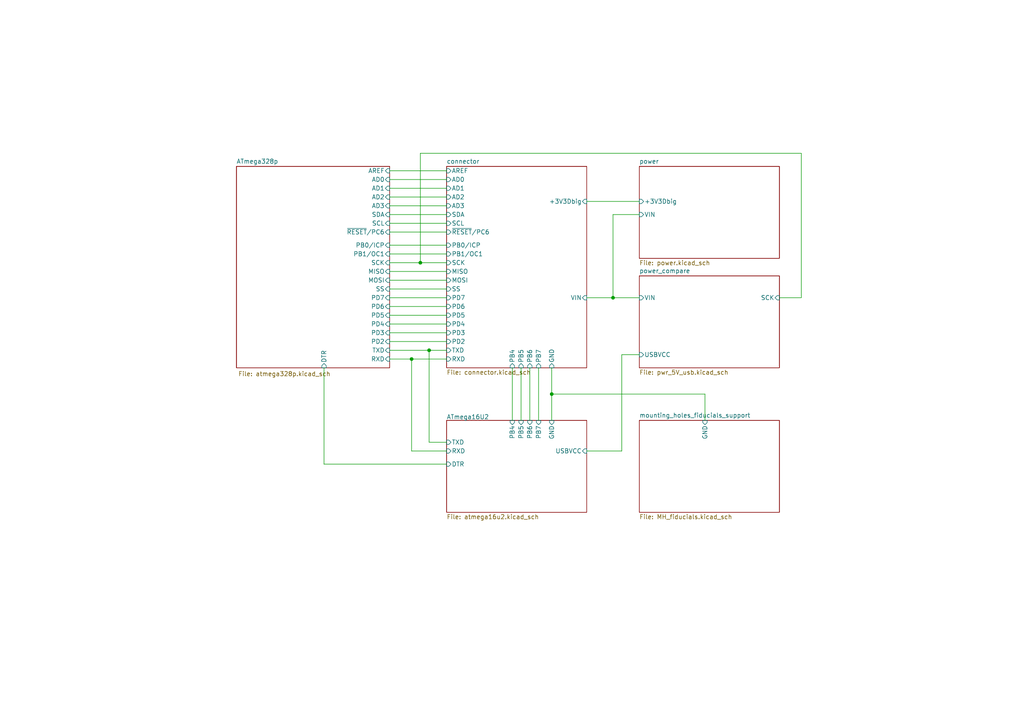
<source format=kicad_sch>
(kicad_sch
	(version 20250114)
	(generator "eeschema")
	(generator_version "9.0")
	(uuid "779b8490-88be-43a3-8b05-a4868ace8f46")
	(paper "A4")
	(title_block
		(title "Arduino UNO / ATmega328p")
		(date "2025-11-05")
		(rev "v1.0")
		(company "OCA")
		(comment 1 "This is the first version of the custom Arduino UNO card")
	)
	(lib_symbols)
	(junction
		(at 160.02 114.3)
		(diameter 0)
		(color 0 0 0 0)
		(uuid "67adf84e-1cdb-4d52-82b7-a9cac7e1ac84")
	)
	(junction
		(at 119.38 104.14)
		(diameter 0)
		(color 0 0 0 0)
		(uuid "7502eec8-a713-45a8-b755-76ec54d158cc")
	)
	(junction
		(at 177.8 86.36)
		(diameter 0)
		(color 0 0 0 0)
		(uuid "946ba1db-c38e-4d01-8982-75ccf7c56357")
	)
	(junction
		(at 124.46 101.6)
		(diameter 0)
		(color 0 0 0 0)
		(uuid "bebbdbb4-e997-4ea2-9396-e751b10293ab")
	)
	(junction
		(at 121.92 76.2)
		(diameter 0)
		(color 0 0 0 0)
		(uuid "eb328c19-5154-49ce-9f59-34ac8d27cea5")
	)
	(wire
		(pts
			(xy 119.38 130.81) (xy 119.38 104.14)
		)
		(stroke
			(width 0)
			(type default)
		)
		(uuid "002d6be6-9be8-4470-a40f-87d4fbc5c4a8")
	)
	(wire
		(pts
			(xy 113.03 81.28) (xy 129.54 81.28)
		)
		(stroke
			(width 0)
			(type default)
		)
		(uuid "015c02f4-951a-4a0e-95b5-eafacb83ff69")
	)
	(wire
		(pts
			(xy 170.18 130.81) (xy 180.34 130.81)
		)
		(stroke
			(width 0)
			(type default)
		)
		(uuid "0e488d64-ccb4-45a1-8002-429a4756ed81")
	)
	(wire
		(pts
			(xy 119.38 104.14) (xy 129.54 104.14)
		)
		(stroke
			(width 0)
			(type default)
		)
		(uuid "11dee1be-bbad-4a03-b880-72236739c59f")
	)
	(wire
		(pts
			(xy 113.03 99.06) (xy 129.54 99.06)
		)
		(stroke
			(width 0)
			(type default)
		)
		(uuid "17b258f5-55ff-4437-b3f2-679962bf4366")
	)
	(wire
		(pts
			(xy 113.03 101.6) (xy 124.46 101.6)
		)
		(stroke
			(width 0)
			(type default)
		)
		(uuid "18975721-b5f0-4045-8efb-6e222f203ab2")
	)
	(wire
		(pts
			(xy 124.46 101.6) (xy 129.54 101.6)
		)
		(stroke
			(width 0)
			(type default)
		)
		(uuid "1c5f7716-21c6-4af9-9da1-2f693aa83366")
	)
	(wire
		(pts
			(xy 232.41 86.36) (xy 232.41 44.45)
		)
		(stroke
			(width 0)
			(type default)
		)
		(uuid "20c711b0-e47c-4d43-a831-efa91e9f0b90")
	)
	(wire
		(pts
			(xy 93.98 134.62) (xy 129.54 134.62)
		)
		(stroke
			(width 0)
			(type default)
		)
		(uuid "2198c786-e237-40fe-8830-85a150747d6c")
	)
	(wire
		(pts
			(xy 113.03 104.14) (xy 119.38 104.14)
		)
		(stroke
			(width 0)
			(type default)
		)
		(uuid "25ab5ee2-6206-4c55-8019-11280c982d88")
	)
	(wire
		(pts
			(xy 113.03 57.15) (xy 129.54 57.15)
		)
		(stroke
			(width 0)
			(type default)
		)
		(uuid "2d279c21-e6c5-4b6b-8e98-0cb6866319b2")
	)
	(wire
		(pts
			(xy 93.98 106.68) (xy 93.98 134.62)
		)
		(stroke
			(width 0)
			(type default)
		)
		(uuid "2f7d773b-af49-4afa-9e8b-6f10d5ba039f")
	)
	(wire
		(pts
			(xy 119.38 130.81) (xy 129.54 130.81)
		)
		(stroke
			(width 0)
			(type default)
		)
		(uuid "30f26bb6-816d-40dc-85e6-bf9a86a47204")
	)
	(wire
		(pts
			(xy 113.03 78.74) (xy 129.54 78.74)
		)
		(stroke
			(width 0)
			(type default)
		)
		(uuid "384703b8-d6a0-44d9-97b6-8b3d8ba6ed53")
	)
	(wire
		(pts
			(xy 113.03 76.2) (xy 121.92 76.2)
		)
		(stroke
			(width 0)
			(type default)
		)
		(uuid "3a734eea-4c2f-41a4-b11c-f877f9e2c889")
	)
	(wire
		(pts
			(xy 113.03 86.36) (xy 129.54 86.36)
		)
		(stroke
			(width 0)
			(type default)
		)
		(uuid "3c5fbcd9-6906-44c0-b5fa-0751a3d9ed70")
	)
	(wire
		(pts
			(xy 121.92 76.2) (xy 129.54 76.2)
		)
		(stroke
			(width 0)
			(type default)
		)
		(uuid "4629748f-8664-4664-b5fb-0b865ebeb43c")
	)
	(wire
		(pts
			(xy 113.03 73.66) (xy 129.54 73.66)
		)
		(stroke
			(width 0)
			(type default)
		)
		(uuid "4a497c37-02dd-4030-9189-a984cf87b0bc")
	)
	(wire
		(pts
			(xy 124.46 128.27) (xy 129.54 128.27)
		)
		(stroke
			(width 0)
			(type default)
		)
		(uuid "4f012e37-66db-459f-b9a4-7d0abee88619")
	)
	(wire
		(pts
			(xy 113.03 59.69) (xy 129.54 59.69)
		)
		(stroke
			(width 0)
			(type default)
		)
		(uuid "509ecc84-0a6a-4327-8180-f7f4f8dfeb54")
	)
	(wire
		(pts
			(xy 177.8 62.23) (xy 177.8 86.36)
		)
		(stroke
			(width 0)
			(type default)
		)
		(uuid "54e58f7a-5bcc-4c5f-be09-7f8701358b54")
	)
	(wire
		(pts
			(xy 148.59 106.68) (xy 148.59 121.92)
		)
		(stroke
			(width 0)
			(type default)
		)
		(uuid "5768592a-42fa-46ac-802d-4a0302499c95")
	)
	(wire
		(pts
			(xy 170.18 86.36) (xy 177.8 86.36)
		)
		(stroke
			(width 0)
			(type default)
		)
		(uuid "650fc940-d114-47b4-b5ae-f01b517ef8b1")
	)
	(wire
		(pts
			(xy 113.03 64.77) (xy 129.54 64.77)
		)
		(stroke
			(width 0)
			(type default)
		)
		(uuid "7319c1aa-1ccb-47ab-8df4-848224e2bbb2")
	)
	(wire
		(pts
			(xy 113.03 96.52) (xy 129.54 96.52)
		)
		(stroke
			(width 0)
			(type default)
		)
		(uuid "778be70d-1595-40e3-96c0-018dd6aa5c22")
	)
	(wire
		(pts
			(xy 226.06 86.36) (xy 232.41 86.36)
		)
		(stroke
			(width 0)
			(type default)
		)
		(uuid "828b4d72-2b67-4e4a-8422-46c955f68dc5")
	)
	(wire
		(pts
			(xy 180.34 102.87) (xy 185.42 102.87)
		)
		(stroke
			(width 0)
			(type default)
		)
		(uuid "8b1e1c01-d8e3-4f0a-bcd7-b0045237cad3")
	)
	(wire
		(pts
			(xy 113.03 91.44) (xy 129.54 91.44)
		)
		(stroke
			(width 0)
			(type default)
		)
		(uuid "92a0f4fe-0539-4b16-99f5-1390540910cc")
	)
	(wire
		(pts
			(xy 151.13 106.68) (xy 151.13 121.92)
		)
		(stroke
			(width 0)
			(type default)
		)
		(uuid "959afb67-71a7-4f36-b843-cfc3371b14e9")
	)
	(wire
		(pts
			(xy 232.41 44.45) (xy 121.92 44.45)
		)
		(stroke
			(width 0)
			(type default)
		)
		(uuid "9af35583-f9f9-45c0-8d6d-1a62bc553547")
	)
	(wire
		(pts
			(xy 160.02 114.3) (xy 160.02 121.92)
		)
		(stroke
			(width 0)
			(type default)
		)
		(uuid "9c7d4690-1f1a-4460-8981-3abf845b8cd9")
	)
	(wire
		(pts
			(xy 113.03 88.9) (xy 129.54 88.9)
		)
		(stroke
			(width 0)
			(type default)
		)
		(uuid "9fd9d2f0-507d-40d7-a1a5-397ccb84777e")
	)
	(wire
		(pts
			(xy 113.03 52.07) (xy 129.54 52.07)
		)
		(stroke
			(width 0)
			(type default)
		)
		(uuid "a3eaa2ee-6739-4c64-9bc2-b848a6d2d293")
	)
	(wire
		(pts
			(xy 113.03 49.53) (xy 129.54 49.53)
		)
		(stroke
			(width 0)
			(type default)
		)
		(uuid "b0f696b6-090c-44e0-80ca-6327e0706a6f")
	)
	(wire
		(pts
			(xy 153.67 106.68) (xy 153.67 121.92)
		)
		(stroke
			(width 0)
			(type default)
		)
		(uuid "b23aee8f-9611-4591-bed6-cd0ba00c1882")
	)
	(wire
		(pts
			(xy 156.21 106.68) (xy 156.21 121.92)
		)
		(stroke
			(width 0)
			(type default)
		)
		(uuid "c89af5a6-5b5d-4469-b2b3-47981bcfb7dd")
	)
	(wire
		(pts
			(xy 121.92 44.45) (xy 121.92 76.2)
		)
		(stroke
			(width 0)
			(type default)
		)
		(uuid "d2291323-7a39-4593-9716-09ccecff040a")
	)
	(wire
		(pts
			(xy 124.46 128.27) (xy 124.46 101.6)
		)
		(stroke
			(width 0)
			(type default)
		)
		(uuid "d2de12bb-e3a0-409b-bbeb-0c94bd075d93")
	)
	(wire
		(pts
			(xy 185.42 62.23) (xy 177.8 62.23)
		)
		(stroke
			(width 0)
			(type default)
		)
		(uuid "d30de906-f91e-4f55-9b25-a1b9dae42fed")
	)
	(wire
		(pts
			(xy 204.47 121.92) (xy 204.47 114.3)
		)
		(stroke
			(width 0)
			(type default)
		)
		(uuid "d5f1525d-c9e4-4357-9b84-a7354dc2244c")
	)
	(wire
		(pts
			(xy 170.18 58.42) (xy 185.42 58.42)
		)
		(stroke
			(width 0)
			(type default)
		)
		(uuid "dc1a29b1-acda-466f-8369-d6d34179a0ea")
	)
	(wire
		(pts
			(xy 113.03 93.98) (xy 129.54 93.98)
		)
		(stroke
			(width 0)
			(type default)
		)
		(uuid "e0c45346-c2ff-41dd-8ccf-155809b27211")
	)
	(wire
		(pts
			(xy 113.03 54.61) (xy 129.54 54.61)
		)
		(stroke
			(width 0)
			(type default)
		)
		(uuid "e54fd0bb-4e92-461a-87f3-075953dc6d80")
	)
	(wire
		(pts
			(xy 204.47 114.3) (xy 160.02 114.3)
		)
		(stroke
			(width 0)
			(type default)
		)
		(uuid "e98f4d03-6216-4753-a07c-700d0b93c0cf")
	)
	(wire
		(pts
			(xy 160.02 106.68) (xy 160.02 114.3)
		)
		(stroke
			(width 0)
			(type default)
		)
		(uuid "ea9797e6-8e06-4c8d-aee6-95c57a4017d7")
	)
	(wire
		(pts
			(xy 113.03 71.12) (xy 129.54 71.12)
		)
		(stroke
			(width 0)
			(type default)
		)
		(uuid "eabc7f6e-b6da-48fa-9600-172a58e00497")
	)
	(wire
		(pts
			(xy 113.03 83.82) (xy 129.54 83.82)
		)
		(stroke
			(width 0)
			(type default)
		)
		(uuid "ee933296-c6f2-44ed-8d58-4c859db15b06")
	)
	(wire
		(pts
			(xy 180.34 130.81) (xy 180.34 102.87)
		)
		(stroke
			(width 0)
			(type default)
		)
		(uuid "efb84781-d898-4bb2-804c-3ee667701c2b")
	)
	(wire
		(pts
			(xy 177.8 86.36) (xy 185.42 86.36)
		)
		(stroke
			(width 0)
			(type default)
		)
		(uuid "f07a9858-aff9-4e13-949e-9599b45c720b")
	)
	(wire
		(pts
			(xy 113.03 62.23) (xy 129.54 62.23)
		)
		(stroke
			(width 0)
			(type default)
		)
		(uuid "f6e46836-a27f-4043-b435-b9d545e14c54")
	)
	(wire
		(pts
			(xy 113.03 67.31) (xy 129.54 67.31)
		)
		(stroke
			(width 0)
			(type default)
		)
		(uuid "f9ff6410-c440-427a-aa55-c94a392c91b0")
	)
	(sheet
		(at 129.54 48.26)
		(size 40.64 58.42)
		(exclude_from_sim no)
		(in_bom yes)
		(on_board yes)
		(dnp no)
		(fields_autoplaced yes)
		(stroke
			(width 0.1524)
			(type solid)
		)
		(fill
			(color 0 0 0 0.0000)
		)
		(uuid "1a8e12a9-c59c-445a-8888-dfe037a731fa")
		(property "Sheetname" "connector"
			(at 129.54 47.5484 0)
			(effects
				(font
					(size 1.27 1.27)
				)
				(justify left bottom)
			)
		)
		(property "Sheetfile" "connector.kicad_sch"
			(at 129.54 107.2646 0)
			(effects
				(font
					(size 1.27 1.27)
				)
				(justify left top)
			)
		)
		(pin "AD0" input
			(at 129.54 52.07 180)
			(uuid "56aa492f-1a34-47a8-9d50-7504d3c0dc76")
			(effects
				(font
					(size 1.27 1.27)
				)
				(justify left)
			)
		)
		(pin "AD1" input
			(at 129.54 54.61 180)
			(uuid "e743c425-17bc-4326-9faf-87e686bc137e")
			(effects
				(font
					(size 1.27 1.27)
				)
				(justify left)
			)
		)
		(pin "AD2" input
			(at 129.54 57.15 180)
			(uuid "d766cff6-f55a-4aa9-a047-413860dd3c78")
			(effects
				(font
					(size 1.27 1.27)
				)
				(justify left)
			)
		)
		(pin "AD3" input
			(at 129.54 59.69 180)
			(uuid "b25382f0-3b57-4c47-9bab-c990fc398e55")
			(effects
				(font
					(size 1.27 1.27)
				)
				(justify left)
			)
		)
		(pin "AREF" input
			(at 129.54 49.53 180)
			(uuid "b1b1b339-8d13-478f-8436-885521740e20")
			(effects
				(font
					(size 1.27 1.27)
				)
				(justify left)
			)
		)
		(pin "MISO" input
			(at 129.54 78.74 180)
			(uuid "3d3c85cd-a25d-49a5-8202-69413b83fd7f")
			(effects
				(font
					(size 1.27 1.27)
				)
				(justify left)
			)
		)
		(pin "MOSI" input
			(at 129.54 81.28 180)
			(uuid "ff671e7f-39b7-4ca1-8cdd-89f7176a7540")
			(effects
				(font
					(size 1.27 1.27)
				)
				(justify left)
			)
		)
		(pin "PB0{slash}ICP" input
			(at 129.54 71.12 180)
			(uuid "02ce700a-bb3a-40e3-b9af-cbf113ed7f7e")
			(effects
				(font
					(size 1.27 1.27)
				)
				(justify left)
			)
		)
		(pin "PB1{slash}OC1" input
			(at 129.54 73.66 180)
			(uuid "37f99f93-9b6f-4081-9790-1ee92e21158c")
			(effects
				(font
					(size 1.27 1.27)
				)
				(justify left)
			)
		)
		(pin "PD2" input
			(at 129.54 99.06 180)
			(uuid "45dd888f-aa12-453a-aa3e-7754eeabdb52")
			(effects
				(font
					(size 1.27 1.27)
				)
				(justify left)
			)
		)
		(pin "PD3" input
			(at 129.54 96.52 180)
			(uuid "66b6e301-ff45-4b6e-8083-075a50a75a9c")
			(effects
				(font
					(size 1.27 1.27)
				)
				(justify left)
			)
		)
		(pin "PD4" input
			(at 129.54 93.98 180)
			(uuid "8bc1278c-5f9a-4423-8c76-420e3b0fa4d9")
			(effects
				(font
					(size 1.27 1.27)
				)
				(justify left)
			)
		)
		(pin "PD5" input
			(at 129.54 91.44 180)
			(uuid "c38f4b83-ca71-481f-b7b1-94ff4742df13")
			(effects
				(font
					(size 1.27 1.27)
				)
				(justify left)
			)
		)
		(pin "PD6" input
			(at 129.54 88.9 180)
			(uuid "7137bdbf-cc81-4722-b02f-6c96bf0a773c")
			(effects
				(font
					(size 1.27 1.27)
				)
				(justify left)
			)
		)
		(pin "PD7" input
			(at 129.54 86.36 180)
			(uuid "79a404b1-23bd-45ac-b52e-27f6b6bc7351")
			(effects
				(font
					(size 1.27 1.27)
				)
				(justify left)
			)
		)
		(pin "RXD" input
			(at 129.54 104.14 180)
			(uuid "47718374-6a21-4a2b-b078-9134f3591f62")
			(effects
				(font
					(size 1.27 1.27)
				)
				(justify left)
			)
		)
		(pin "SCK" input
			(at 129.54 76.2 180)
			(uuid "f14d6693-f633-4713-ad21-4d150cfdd3b9")
			(effects
				(font
					(size 1.27 1.27)
				)
				(justify left)
			)
		)
		(pin "SCL" input
			(at 129.54 64.77 180)
			(uuid "2f573838-a379-42d3-8553-6b3669db741c")
			(effects
				(font
					(size 1.27 1.27)
				)
				(justify left)
			)
		)
		(pin "SDA" input
			(at 129.54 62.23 180)
			(uuid "0136d506-c2a7-43a9-baea-945c58ca20f6")
			(effects
				(font
					(size 1.27 1.27)
				)
				(justify left)
			)
		)
		(pin "SS" input
			(at 129.54 83.82 180)
			(uuid "a4f43841-ce82-4045-9baa-00c6c5b665b6")
			(effects
				(font
					(size 1.27 1.27)
				)
				(justify left)
			)
		)
		(pin "TXD" input
			(at 129.54 101.6 180)
			(uuid "d241519a-b6d0-4297-b39f-7c32a8b137c2")
			(effects
				(font
					(size 1.27 1.27)
				)
				(justify left)
			)
		)
		(pin "~{RESET}/PC6" input
			(at 129.54 67.31 180)
			(uuid "d73a618d-a84e-4f54-a66a-1e21a6091826")
			(effects
				(font
					(size 1.27 1.27)
				)
				(justify left)
			)
		)
		(pin "PB4" input
			(at 148.59 106.68 270)
			(uuid "a97f7a0d-b963-4d02-9424-9cc3bf8ad9b9")
			(effects
				(font
					(size 1.27 1.27)
				)
				(justify left)
			)
		)
		(pin "PB5" input
			(at 151.13 106.68 270)
			(uuid "6a612a13-7e3d-4b99-b4fe-1e1ced6de0ac")
			(effects
				(font
					(size 1.27 1.27)
				)
				(justify left)
			)
		)
		(pin "PB6" input
			(at 153.67 106.68 270)
			(uuid "3584bbf4-7d32-44cf-9dd6-64cd846a268b")
			(effects
				(font
					(size 1.27 1.27)
				)
				(justify left)
			)
		)
		(pin "PB7" input
			(at 156.21 106.68 270)
			(uuid "efe07c0d-43a5-4215-8d4f-2ef4b129f60d")
			(effects
				(font
					(size 1.27 1.27)
				)
				(justify left)
			)
		)
		(pin "GND" input
			(at 160.02 106.68 270)
			(uuid "f073d2fa-eacf-4f6a-91b0-2c9e216155ec")
			(effects
				(font
					(size 1.27 1.27)
				)
				(justify left)
			)
		)
		(pin "VIN" input
			(at 170.18 86.36 0)
			(uuid "c9aa7ef9-7137-491b-867f-42cce4126e33")
			(effects
				(font
					(size 1.27 1.27)
				)
				(justify right)
			)
		)
		(pin "+3V3Dbig" input
			(at 170.18 58.42 0)
			(uuid "e7413c27-c973-4e0b-a466-f675b12cc584")
			(effects
				(font
					(size 1.27 1.27)
				)
				(justify right)
			)
		)
		(instances
			(project "arduino_uno_custom"
				(path "/779b8490-88be-43a3-8b05-a4868ace8f46"
					(page "4")
				)
			)
		)
	)
	(sheet
		(at 185.42 80.01)
		(size 40.64 26.67)
		(exclude_from_sim no)
		(in_bom yes)
		(on_board yes)
		(dnp no)
		(fields_autoplaced yes)
		(stroke
			(width 0.1524)
			(type solid)
		)
		(fill
			(color 0 0 0 0.0000)
		)
		(uuid "279e797a-ed68-43b6-a37f-68cc6be00858")
		(property "Sheetname" "power_compare"
			(at 185.42 79.2984 0)
			(effects
				(font
					(size 1.27 1.27)
				)
				(justify left bottom)
			)
		)
		(property "Sheetfile" "pwr_5V_usb.kicad_sch"
			(at 185.42 107.2646 0)
			(effects
				(font
					(size 1.27 1.27)
				)
				(justify left top)
			)
		)
		(pin "USBVCC" input
			(at 185.42 102.87 180)
			(uuid "e392cb6d-896b-4909-966f-64ea88636ed8")
			(effects
				(font
					(size 1.27 1.27)
				)
				(justify left)
			)
		)
		(pin "VIN" input
			(at 185.42 86.36 180)
			(uuid "8eeaa530-6bef-4f15-928f-c12c4b8343d5")
			(effects
				(font
					(size 1.27 1.27)
				)
				(justify left)
			)
		)
		(pin "SCK" input
			(at 226.06 86.36 0)
			(uuid "cd925eb5-2e70-455a-8675-1bfe3bd514fc")
			(effects
				(font
					(size 1.27 1.27)
				)
				(justify right)
			)
		)
		(instances
			(project "arduino_uno_custom"
				(path "/779b8490-88be-43a3-8b05-a4868ace8f46"
					(page "5")
				)
			)
		)
	)
	(sheet
		(at 129.54 121.92)
		(size 40.64 26.67)
		(exclude_from_sim no)
		(in_bom yes)
		(on_board yes)
		(dnp no)
		(stroke
			(width 0.1524)
			(type solid)
		)
		(fill
			(color 0 0 0 0.0000)
		)
		(uuid "5fbaf1e3-df09-45ba-a99a-9a0541d3d11f")
		(property "Sheetname" "ATmega16U2"
			(at 129.54 121.666 0)
			(effects
				(font
					(size 1.27 1.27)
				)
				(justify left bottom)
			)
		)
		(property "Sheetfile" "atmega16u2.kicad_sch"
			(at 129.54 149.1746 0)
			(effects
				(font
					(size 1.27 1.27)
				)
				(justify left top)
			)
		)
		(pin "PB4" input
			(at 148.59 121.92 90)
			(uuid "e0fd980c-3380-430a-9bd0-0d6921b75852")
			(effects
				(font
					(size 1.27 1.27)
				)
				(justify right)
			)
		)
		(pin "PB5" input
			(at 151.13 121.92 90)
			(uuid "7e3547d3-106c-4868-b784-af2ccbb76228")
			(effects
				(font
					(size 1.27 1.27)
				)
				(justify right)
			)
		)
		(pin "PB6" input
			(at 153.67 121.92 90)
			(uuid "8d06b7e6-ef67-4bab-855b-f5deb2c34557")
			(effects
				(font
					(size 1.27 1.27)
				)
				(justify right)
			)
		)
		(pin "PB7" input
			(at 156.21 121.92 90)
			(uuid "ff08d4cf-279a-4803-88ae-9991b174e4a2")
			(effects
				(font
					(size 1.27 1.27)
				)
				(justify right)
			)
		)
		(pin "RXD" input
			(at 129.54 130.81 180)
			(uuid "a4ac949f-e578-491e-aea4-b6fb26c49c6f")
			(effects
				(font
					(size 1.27 1.27)
				)
				(justify left)
			)
		)
		(pin "TXD" input
			(at 129.54 128.27 180)
			(uuid "c1c0c038-590a-4239-8e53-566f13bfc16a")
			(effects
				(font
					(size 1.27 1.27)
				)
				(justify left)
			)
		)
		(pin "DTR" input
			(at 129.54 134.62 180)
			(uuid "8a7a4942-e814-439b-a315-2df6647a6193")
			(effects
				(font
					(size 1.27 1.27)
				)
				(justify left)
			)
		)
		(pin "USBVCC" input
			(at 170.18 130.81 0)
			(uuid "5c3aa6f1-671a-481c-8aea-3bb26e14208a")
			(effects
				(font
					(size 1.27 1.27)
				)
				(justify right)
			)
		)
		(pin "GND" input
			(at 160.02 121.92 90)
			(uuid "889c76fd-fba7-42b4-aadd-9de6be1e1946")
			(effects
				(font
					(size 1.27 1.27)
				)
				(justify right)
			)
		)
		(instances
			(project "arduino_uno_custom"
				(path "/779b8490-88be-43a3-8b05-a4868ace8f46"
					(page "3")
				)
			)
		)
	)
	(sheet
		(at 68.58 48.26)
		(size 44.45 58.42)
		(exclude_from_sim no)
		(in_bom yes)
		(on_board yes)
		(dnp no)
		(stroke
			(width 0.1524)
			(type solid)
		)
		(fill
			(color 0 0 0 0.0000)
		)
		(uuid "61b7e1ff-d28c-41e0-bd07-7a444a2b77fa")
		(property "Sheetname" "ATmega328p"
			(at 68.58 47.5484 0)
			(effects
				(font
					(size 1.27 1.27)
				)
				(justify left bottom)
			)
		)
		(property "Sheetfile" "atmega328p.kicad_sch"
			(at 69.088 107.696 0)
			(effects
				(font
					(size 1.27 1.27)
				)
				(justify left top)
			)
		)
		(pin "AD0" input
			(at 113.03 52.07 0)
			(uuid "0f19629d-0fee-45c7-8cc3-c9410e56d56a")
			(effects
				(font
					(size 1.27 1.27)
				)
				(justify right)
			)
		)
		(pin "AD1" input
			(at 113.03 54.61 0)
			(uuid "902c70a4-65c9-46ad-88ca-cac319ef3b68")
			(effects
				(font
					(size 1.27 1.27)
				)
				(justify right)
			)
		)
		(pin "AD2" input
			(at 113.03 57.15 0)
			(uuid "588b2908-2a4d-4995-8ef1-cd3956abf2ff")
			(effects
				(font
					(size 1.27 1.27)
				)
				(justify right)
			)
		)
		(pin "AD3" input
			(at 113.03 59.69 0)
			(uuid "a2a984a2-c500-4696-b420-383efb6b41c2")
			(effects
				(font
					(size 1.27 1.27)
				)
				(justify right)
			)
		)
		(pin "MISO" input
			(at 113.03 78.74 0)
			(uuid "e3951f99-cb04-4aad-98ca-8ea7d07bb35f")
			(effects
				(font
					(size 1.27 1.27)
				)
				(justify right)
			)
		)
		(pin "MOSI" input
			(at 113.03 81.28 0)
			(uuid "1e4bcf30-5630-4a7e-85f5-53466a79ecd1")
			(effects
				(font
					(size 1.27 1.27)
				)
				(justify right)
			)
		)
		(pin "PB0{slash}ICP" input
			(at 113.03 71.12 0)
			(uuid "4280811f-9959-48d3-b59d-53c2e9258bcd")
			(effects
				(font
					(size 1.27 1.27)
				)
				(justify right)
			)
		)
		(pin "PB1{slash}OC1" input
			(at 113.03 73.66 0)
			(uuid "c690dfc0-ae9b-44df-9ade-4ba0bfb9f749")
			(effects
				(font
					(size 1.27 1.27)
				)
				(justify right)
			)
		)
		(pin "PD2" input
			(at 113.03 99.06 0)
			(uuid "2f80989c-0bad-4a0b-9cca-8d0ff2e4ae4c")
			(effects
				(font
					(size 1.27 1.27)
				)
				(justify right)
			)
		)
		(pin "PD3" input
			(at 113.03 96.52 0)
			(uuid "bb91b0b8-c92e-4b88-a9a5-9aaae39ababa")
			(effects
				(font
					(size 1.27 1.27)
				)
				(justify right)
			)
		)
		(pin "PD4" input
			(at 113.03 93.98 0)
			(uuid "1d067129-5855-4e8a-9ada-064018ada62b")
			(effects
				(font
					(size 1.27 1.27)
				)
				(justify right)
			)
		)
		(pin "PD5" input
			(at 113.03 91.44 0)
			(uuid "d6cf9368-a339-4893-bdd6-ebac8deadf7b")
			(effects
				(font
					(size 1.27 1.27)
				)
				(justify right)
			)
		)
		(pin "PD6" input
			(at 113.03 88.9 0)
			(uuid "a5cbc5a0-9f8b-4954-bf29-596ec1001b87")
			(effects
				(font
					(size 1.27 1.27)
				)
				(justify right)
			)
		)
		(pin "PD7" input
			(at 113.03 86.36 0)
			(uuid "e066c4a6-bec1-4d42-9926-787f50c11b81")
			(effects
				(font
					(size 1.27 1.27)
				)
				(justify right)
			)
		)
		(pin "RXD" input
			(at 113.03 104.14 0)
			(uuid "3a3c656c-6fb8-40cc-81e3-49a816978f7d")
			(effects
				(font
					(size 1.27 1.27)
				)
				(justify right)
			)
		)
		(pin "SCK" input
			(at 113.03 76.2 0)
			(uuid "72ef51bb-d6a9-494d-b476-a8194793dd1a")
			(effects
				(font
					(size 1.27 1.27)
				)
				(justify right)
			)
		)
		(pin "SCL" input
			(at 113.03 64.77 0)
			(uuid "e6c86e25-bfa5-47e0-875d-b48330dd70fe")
			(effects
				(font
					(size 1.27 1.27)
				)
				(justify right)
			)
		)
		(pin "SDA" input
			(at 113.03 62.23 0)
			(uuid "609226f5-207c-4b16-b47b-318e942e104b")
			(effects
				(font
					(size 1.27 1.27)
				)
				(justify right)
			)
		)
		(pin "SS" input
			(at 113.03 83.82 0)
			(uuid "979ffb37-3790-448c-9f5d-750796a6c038")
			(effects
				(font
					(size 1.27 1.27)
				)
				(justify right)
			)
		)
		(pin "TXD" input
			(at 113.03 101.6 0)
			(uuid "1b1334ff-8514-4233-bb58-50f130d65be5")
			(effects
				(font
					(size 1.27 1.27)
				)
				(justify right)
			)
		)
		(pin "~{RESET}/PC6" input
			(at 113.03 67.31 0)
			(uuid "5376e9d5-cae3-4248-84f4-78ecd67cbec9")
			(effects
				(font
					(size 1.27 1.27)
				)
				(justify right)
			)
		)
		(pin "DTR" input
			(at 93.98 106.68 270)
			(uuid "30ae66f9-1dbe-4678-87d1-5173902668ba")
			(effects
				(font
					(size 1.27 1.27)
				)
				(justify left)
			)
		)
		(pin "AREF" input
			(at 113.03 49.53 0)
			(uuid "8c0ad017-4b7a-420d-92b5-2049a0436ef0")
			(effects
				(font
					(size 1.27 1.27)
				)
				(justify right)
			)
		)
		(instances
			(project "arduino_uno_custom"
				(path "/779b8490-88be-43a3-8b05-a4868ace8f46"
					(page "2")
				)
			)
		)
	)
	(sheet
		(at 185.42 121.92)
		(size 40.64 26.67)
		(exclude_from_sim no)
		(in_bom yes)
		(on_board yes)
		(dnp no)
		(fields_autoplaced yes)
		(stroke
			(width 0.1524)
			(type solid)
		)
		(fill
			(color 0 0 0 0.0000)
		)
		(uuid "8f065afe-d7d1-4136-a6b5-7d4c0c2e1d5b")
		(property "Sheetname" "mounting_holes_fiducials_support"
			(at 185.42 121.2084 0)
			(effects
				(font
					(size 1.27 1.27)
				)
				(justify left bottom)
			)
		)
		(property "Sheetfile" "MH_fiducials.kicad_sch"
			(at 185.42 149.1746 0)
			(effects
				(font
					(size 1.27 1.27)
				)
				(justify left top)
			)
		)
		(pin "GND" input
			(at 204.47 121.92 90)
			(uuid "16e1f24b-4984-4b66-8451-062c2310fc7a")
			(effects
				(font
					(size 1.27 1.27)
				)
				(justify right)
			)
		)
		(instances
			(project "arduino_uno_custom"
				(path "/779b8490-88be-43a3-8b05-a4868ace8f46"
					(page "7")
				)
			)
		)
	)
	(sheet
		(at 185.42 48.26)
		(size 40.64 26.67)
		(exclude_from_sim no)
		(in_bom yes)
		(on_board yes)
		(dnp no)
		(fields_autoplaced yes)
		(stroke
			(width 0.1524)
			(type solid)
		)
		(fill
			(color 0 0 0 0.0000)
		)
		(uuid "d534590e-ae4d-4b9b-bece-500aa70d33fa")
		(property "Sheetname" "power"
			(at 185.42 47.5484 0)
			(effects
				(font
					(size 1.27 1.27)
				)
				(justify left bottom)
			)
		)
		(property "Sheetfile" "power.kicad_sch"
			(at 185.42 75.5146 0)
			(effects
				(font
					(size 1.27 1.27)
				)
				(justify left top)
			)
		)
		(pin "VIN" input
			(at 185.42 62.23 180)
			(uuid "aac0d8d2-e397-4971-b24c-55590f2838f5")
			(effects
				(font
					(size 1.27 1.27)
				)
				(justify left)
			)
		)
		(pin "+3V3Dbig" input
			(at 185.42 58.42 180)
			(uuid "4c3fb2c1-000f-4df7-86c2-bf2b21eda8b2")
			(effects
				(font
					(size 1.27 1.27)
				)
				(justify left)
			)
		)
		(instances
			(project "arduino_uno_custom"
				(path "/779b8490-88be-43a3-8b05-a4868ace8f46"
					(page "6")
				)
			)
		)
	)
	(sheet_instances
		(path "/"
			(page "1")
		)
	)
	(embedded_fonts no)
)

</source>
